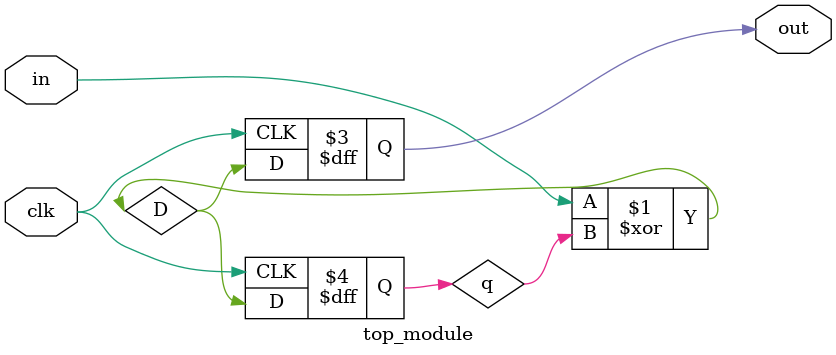
<source format=v>
module top_module (
    input clk,
    input in, 
    output out);
    reg q;
    wire D;
    xor (D, in, q); 
    always @(posedge clk) begin
        q <= D;
        out <= D;
    end   

endmodule

</source>
